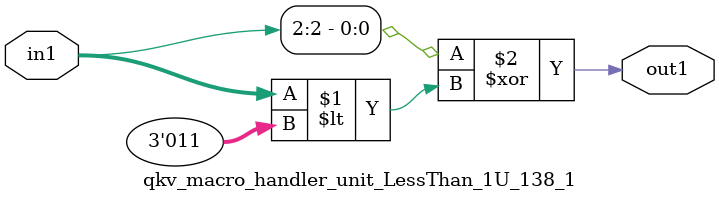
<source format=v>

`timescale 1ps / 1ps


module qkv_macro_handler_unit_LessThan_1U_138_1( in1, out1 );

    input [2:0] in1;
    output out1;

    
    // rtl_process:qkv_macro_handler_unit_LessThan_1U_138_1/qkv_macro_handler_unit_LessThan_1U_138_1_thread_1
    assign out1 = (in1[2] ^ in1 < 3'd3);

endmodule


</source>
